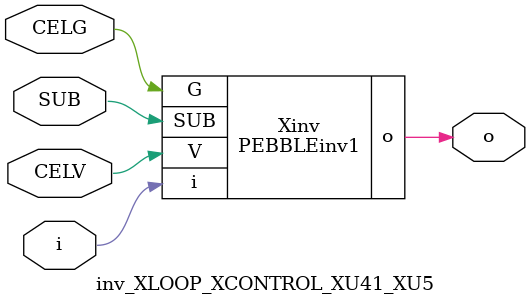
<source format=v>



module PEBBLEinv1 ( o, G, SUB, V, i );

  input V;
  input i;
  input G;
  output o;
  input SUB;
endmodule

//Celera Confidential Do Not Copy inv_XLOOP_XCONTROL_XU41_XU5
//Celera Confidential Symbol Generator
//5V Inverter
module inv_XLOOP_XCONTROL_XU41_XU5 (CELV,CELG,i,o,SUB);
input CELV;
input CELG;
input i;
input SUB;
output o;

//Celera Confidential Do Not Copy inv
PEBBLEinv1 Xinv(
.V (CELV),
.i (i),
.o (o),
.SUB (SUB),
.G (CELG)
);
//,diesize,PEBBLEinv1

//Celera Confidential Do Not Copy Module End
//Celera Schematic Generator
endmodule

</source>
